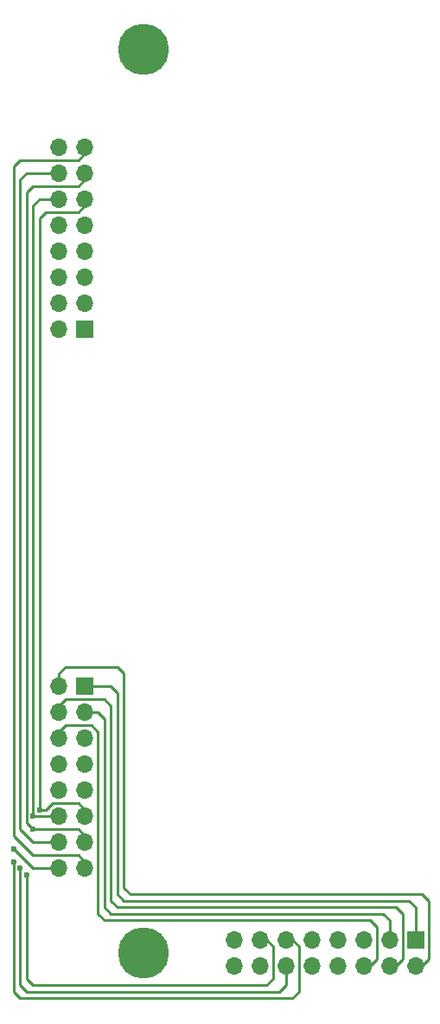
<source format=gtl>
G04 #@! TF.FileFunction,Copper,L1,Top,Signal*
%FSLAX46Y46*%
G04 Gerber Fmt 4.6, Leading zero omitted, Abs format (unit mm)*
G04 Created by KiCad (PCBNEW 4.0.7) date 01/27/20 23:17:01*
%MOMM*%
%LPD*%
G01*
G04 APERTURE LIST*
%ADD10C,0.100000*%
%ADD11C,5.000000*%
%ADD12R,1.700000X1.700000*%
%ADD13O,1.700000X1.700000*%
%ADD14C,0.600000*%
%ADD15C,0.250000*%
G04 APERTURE END LIST*
D10*
D11*
X111760000Y-128905000D03*
X111760000Y-40640000D03*
D12*
X106045000Y-102870000D03*
D13*
X103505000Y-102870000D03*
X106045000Y-105410000D03*
X103505000Y-105410000D03*
X106045000Y-107950000D03*
X103505000Y-107950000D03*
X106045000Y-110490000D03*
X103505000Y-110490000D03*
X106045000Y-113030000D03*
X103505000Y-113030000D03*
X106045000Y-115570000D03*
X103505000Y-115570000D03*
X106045000Y-118110000D03*
X103505000Y-118110000D03*
X106045000Y-120650000D03*
X103505000Y-120650000D03*
D12*
X138430000Y-127635000D03*
D13*
X138430000Y-130175000D03*
X135890000Y-127635000D03*
X135890000Y-130175000D03*
X133350000Y-127635000D03*
X133350000Y-130175000D03*
X130810000Y-127635000D03*
X130810000Y-130175000D03*
X128270000Y-127635000D03*
X128270000Y-130175000D03*
X125730000Y-127635000D03*
X125730000Y-130175000D03*
X123190000Y-127635000D03*
X123190000Y-130175000D03*
X120650000Y-127635000D03*
X120650000Y-130175000D03*
D12*
X106045000Y-67945000D03*
D13*
X103505000Y-67945000D03*
X106045000Y-65405000D03*
X103505000Y-65405000D03*
X106045000Y-62865000D03*
X103505000Y-62865000D03*
X106045000Y-60325000D03*
X103505000Y-60325000D03*
X106045000Y-57785000D03*
X103505000Y-57785000D03*
X106045000Y-55245000D03*
X103505000Y-55245000D03*
X106045000Y-52705000D03*
X103505000Y-52705000D03*
X106045000Y-50165000D03*
X103505000Y-50165000D03*
D14*
X99695000Y-120650000D03*
X100965000Y-115570000D03*
X100330000Y-121285000D03*
X100965000Y-116840000D03*
X99060000Y-120015000D03*
X101600000Y-114935000D03*
X99060000Y-118745000D03*
D15*
X134620000Y-123825000D02*
X109855000Y-123825000D01*
X138430000Y-124460000D02*
X137795000Y-123825000D01*
X137795000Y-123825000D02*
X134620000Y-123825000D01*
X138430000Y-127635000D02*
X138430000Y-124460000D01*
X108585000Y-102870000D02*
X106045000Y-102870000D01*
X109220000Y-103505000D02*
X108585000Y-102870000D01*
X109220000Y-123190000D02*
X109220000Y-103505000D01*
X109855000Y-123825000D02*
X109220000Y-123190000D01*
X103505000Y-102870000D02*
X103505000Y-101600000D01*
X139700000Y-129540000D02*
X139065000Y-130175000D01*
X139700000Y-123825000D02*
X139700000Y-129540000D01*
X139065000Y-123190000D02*
X139700000Y-123825000D01*
X110490000Y-123190000D02*
X139065000Y-123190000D01*
X109855000Y-122555000D02*
X110490000Y-123190000D01*
X109855000Y-101600000D02*
X109855000Y-122555000D01*
X109220000Y-100965000D02*
X109855000Y-101600000D01*
X104140000Y-100965000D02*
X109220000Y-100965000D01*
X103505000Y-101600000D02*
X104140000Y-100965000D01*
X139065000Y-130175000D02*
X138430000Y-130175000D01*
X135890000Y-127635000D02*
X135890000Y-125730000D01*
X107315000Y-105410000D02*
X106045000Y-105410000D01*
X107950000Y-106045000D02*
X107315000Y-105410000D01*
X107950000Y-124460000D02*
X107950000Y-106045000D01*
X108585000Y-125095000D02*
X107950000Y-124460000D01*
X135255000Y-125095000D02*
X108585000Y-125095000D01*
X135890000Y-125730000D02*
X135255000Y-125095000D01*
X103505000Y-104775000D02*
X104140000Y-104140000D01*
X104140000Y-104140000D02*
X107950000Y-104140000D01*
X107950000Y-104140000D02*
X108585000Y-104775000D01*
X108585000Y-104775000D02*
X108585000Y-123825000D01*
X108585000Y-123825000D02*
X109220000Y-124460000D01*
X109220000Y-124460000D02*
X136525000Y-124460000D01*
X136525000Y-124460000D02*
X137160000Y-125095000D01*
X137160000Y-125095000D02*
X137160000Y-129540000D01*
X137160000Y-129540000D02*
X136525000Y-130175000D01*
X136525000Y-130175000D02*
X135890000Y-130175000D01*
X103505000Y-107315000D02*
X104140000Y-106680000D01*
X104140000Y-106680000D02*
X106680000Y-106680000D01*
X106680000Y-106680000D02*
X107315000Y-107315000D01*
X107315000Y-107315000D02*
X107315000Y-125095000D01*
X107315000Y-125095000D02*
X107950000Y-125730000D01*
X107950000Y-125730000D02*
X133985000Y-125730000D01*
X133985000Y-125730000D02*
X134620000Y-126365000D01*
X134620000Y-126365000D02*
X134620000Y-129540000D01*
X134620000Y-129540000D02*
X133985000Y-130175000D01*
X133985000Y-130175000D02*
X133350000Y-130175000D01*
X100965000Y-115570000D02*
X101600000Y-115570000D01*
X100965000Y-132715000D02*
X100330000Y-132715000D01*
X125095000Y-132715000D02*
X125730000Y-132080000D01*
X100965000Y-132715000D02*
X125095000Y-132715000D01*
X125730000Y-130175000D02*
X125730000Y-132080000D01*
X100965000Y-115570000D02*
X100965000Y-114935000D01*
X99695000Y-132080000D02*
X99695000Y-120650000D01*
X100330000Y-132715000D02*
X99695000Y-132080000D01*
X103505000Y-55245000D02*
X101600000Y-55245000D01*
X101600000Y-115570000D02*
X103505000Y-115570000D01*
X100965000Y-55880000D02*
X100965000Y-114935000D01*
X101600000Y-55245000D02*
X100965000Y-55880000D01*
X124460000Y-128270000D02*
X124460000Y-131445000D01*
X100330000Y-121285000D02*
X100330000Y-131445000D01*
X100330000Y-131445000D02*
X100965000Y-132080000D01*
X100965000Y-132080000D02*
X101600000Y-132080000D01*
X105410000Y-132080000D02*
X101600000Y-132080000D01*
X123825000Y-127635000D02*
X124460000Y-128270000D01*
X123825000Y-132080000D02*
X105410000Y-132080000D01*
X124460000Y-131445000D02*
X123825000Y-132080000D01*
X106045000Y-118110000D02*
X106045000Y-117475000D01*
X106045000Y-117475000D02*
X105410000Y-116840000D01*
X105410000Y-116840000D02*
X100965000Y-116840000D01*
X100965000Y-116840000D02*
X100330000Y-116205000D01*
X105410000Y-53975000D02*
X106045000Y-53340000D01*
X100965000Y-53975000D02*
X105410000Y-53975000D01*
X100330000Y-54610000D02*
X100965000Y-53975000D01*
X100330000Y-116205000D02*
X100330000Y-54610000D01*
X106045000Y-53340000D02*
X106045000Y-52705000D01*
X123190000Y-127635000D02*
X123825000Y-127635000D01*
X101600000Y-114300000D02*
X101600000Y-114935000D01*
X102235000Y-114935000D02*
X102870000Y-114300000D01*
X101600000Y-114935000D02*
X102235000Y-114935000D01*
X101600000Y-113665000D02*
X101600000Y-114300000D01*
X99695000Y-133350000D02*
X100330000Y-133350000D01*
X99060000Y-132715000D02*
X99695000Y-133350000D01*
X99060000Y-120015000D02*
X99060000Y-132715000D01*
X127000000Y-128270000D02*
X127000000Y-132715000D01*
X127000000Y-128270000D02*
X126365000Y-127635000D01*
X126365000Y-133350000D02*
X100330000Y-133350000D01*
X127000000Y-132715000D02*
X126365000Y-133350000D01*
X106045000Y-115570000D02*
X106045000Y-114935000D01*
X106045000Y-114935000D02*
X105410000Y-114300000D01*
X105410000Y-114300000D02*
X102870000Y-114300000D01*
X101600000Y-113665000D02*
X101600000Y-57150000D01*
X101600000Y-57150000D02*
X102235000Y-56515000D01*
X102235000Y-56515000D02*
X105410000Y-56515000D01*
X105410000Y-56515000D02*
X106045000Y-55880000D01*
X106045000Y-55880000D02*
X106045000Y-55245000D01*
X125730000Y-127635000D02*
X126365000Y-127635000D01*
X99695000Y-116840000D02*
X100965000Y-118110000D01*
X103505000Y-52705000D02*
X100330000Y-52705000D01*
X100965000Y-118110000D02*
X103505000Y-118110000D01*
X99695000Y-53340000D02*
X99695000Y-116840000D01*
X100330000Y-52705000D02*
X99695000Y-53340000D01*
X102870000Y-119380000D02*
X100965000Y-119380000D01*
X100965000Y-119380000D02*
X100330000Y-118745000D01*
X99060000Y-117475000D02*
X100330000Y-118745000D01*
X99060000Y-117475000D02*
X99060000Y-52070000D01*
X99060000Y-52070000D02*
X99695000Y-51435000D01*
X99695000Y-51435000D02*
X105410000Y-51435000D01*
X105410000Y-51435000D02*
X106045000Y-50800000D01*
X105410000Y-119380000D02*
X102870000Y-119380000D01*
X106045000Y-120015000D02*
X105410000Y-119380000D01*
X106045000Y-120650000D02*
X106045000Y-120015000D01*
X106045000Y-50800000D02*
X106045000Y-50165000D01*
X103505000Y-120650000D02*
X100965000Y-120650000D01*
X100965000Y-120650000D02*
X100330000Y-120015000D01*
X99060000Y-118745000D02*
X100330000Y-120015000D01*
X102870000Y-120650000D02*
X103505000Y-120650000D01*
M02*

</source>
